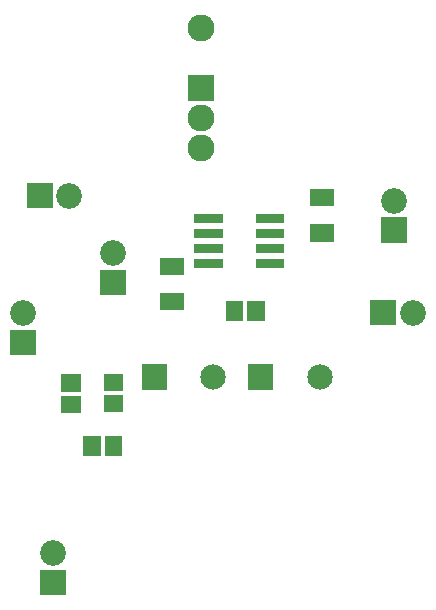
<source format=gts>
G04 start of page 2 for group 2 layer_idx 10 *
G04 Title: (unknown), top_mask *
G04 Creator: pcb-rnd 2.3.2 *
G04 CreationDate: 2021-05-12 18:23:49 UTC *
G04 For:  *
G04 Format: Gerber/RS-274X *
G04 PCB-Dimensions: 500000 500000 *
G04 PCB-Coordinate-Origin: lower left *
%MOIN*%
%FSLAX25Y25*%
%LNTOP_MASK_NONE_2*%
%ADD66C,0.0900*%
%ADD65C,0.0846*%
%ADD64C,0.0001*%
%ADD63C,0.0860*%
G54D63*X175000Y292500D03*
G54D64*G36*
X140700Y258200D02*Y266800D01*
X149300D01*
Y258200D01*
X140700D01*
G37*
G54D63*X145000Y272500D03*
G54D64*G36*
X170700Y278200D02*Y286800D01*
X179300D01*
Y278200D01*
X170700D01*
G37*
G36*
X190460Y290764D02*Y285046D01*
X198540D01*
Y290764D01*
X190460D01*
G37*
G36*
Y278954D02*Y273236D01*
X198540D01*
Y278954D01*
X190460D01*
G37*
G36*
X171832Y252024D02*Y246306D01*
X178336D01*
Y252024D01*
X171832D01*
G37*
G36*
X157705Y244816D02*Y239098D01*
X164209D01*
Y244816D01*
X157705D01*
G37*
G36*
Y251902D02*Y246184D01*
X164209D01*
Y251902D01*
X157705D01*
G37*
G36*
X171832Y244938D02*Y239220D01*
X178336D01*
Y244938D01*
X171832D01*
G37*
G36*
X170773Y231252D02*X165055D01*
Y224748D01*
X170773D01*
Y231252D01*
G37*
G36*
X177859D02*X172141D01*
Y224748D01*
X177859D01*
Y231252D01*
G37*
G36*
X184420Y255237D02*Y246763D01*
X192894D01*
Y255237D01*
X184420D01*
G37*
G36*
X150700Y178200D02*Y186800D01*
X159300D01*
Y178200D01*
X150700D01*
G37*
G54D63*X155000Y192500D03*
G54D65*X208343Y251000D03*
G54D64*G36*
X232000Y292500D02*X222500D01*
Y295500D01*
X232000D01*
Y292500D01*
G37*
G36*
Y287500D02*X222500D01*
Y290500D01*
X232000D01*
Y287500D01*
G37*
G36*
X218316Y276252D02*X212598D01*
Y269748D01*
X218316D01*
Y276252D01*
G37*
G36*
X225402D02*X219684D01*
Y269748D01*
X225402D01*
Y276252D01*
G37*
G54D65*X243843Y251000D03*
G54D64*G36*
X260700Y276800D02*X269300D01*
Y268200D01*
X260700D01*
Y276800D01*
G37*
G54D63*X275000Y272500D03*
G54D64*G36*
X219920Y255237D02*Y246763D01*
X228394D01*
Y255237D01*
X219920D01*
G37*
G36*
X202000Y305500D02*X211500D01*
Y302500D01*
X202000D01*
Y305500D01*
G37*
G36*
X146200Y315800D02*X154800D01*
Y307200D01*
X146200D01*
Y315800D01*
G37*
G54D63*X160343Y311500D03*
G54D64*G36*
X232000Y302500D02*X222500D01*
Y305500D01*
X232000D01*
Y302500D01*
G37*
G36*
Y297500D02*X222500D01*
Y300500D01*
X232000D01*
Y297500D01*
G37*
G36*
X264200Y295700D02*Y304300D01*
X272800D01*
Y295700D01*
X264200D01*
G37*
G54D63*X268500Y309843D03*
G54D64*G36*
X240460Y301859D02*Y296141D01*
X248540D01*
Y301859D01*
X240460D01*
G37*
G36*
Y313669D02*Y307951D01*
X248540D01*
Y313669D01*
X240460D01*
G37*
G54D66*X204251Y327350D03*
Y337350D03*
G54D64*G36*
X208701Y342900D02*Y351800D01*
X199801D01*
Y342900D01*
X208701D01*
G37*
G54D66*X204251Y367350D03*
G54D64*G36*
X202000Y300500D02*X211500D01*
Y297500D01*
X202000D01*
Y300500D01*
G37*
G36*
Y295500D02*X211500D01*
Y292500D01*
X202000D01*
Y295500D01*
G37*
G36*
Y290500D02*X211500D01*
Y287500D01*
X202000D01*
Y290500D01*
G37*
M02*

</source>
